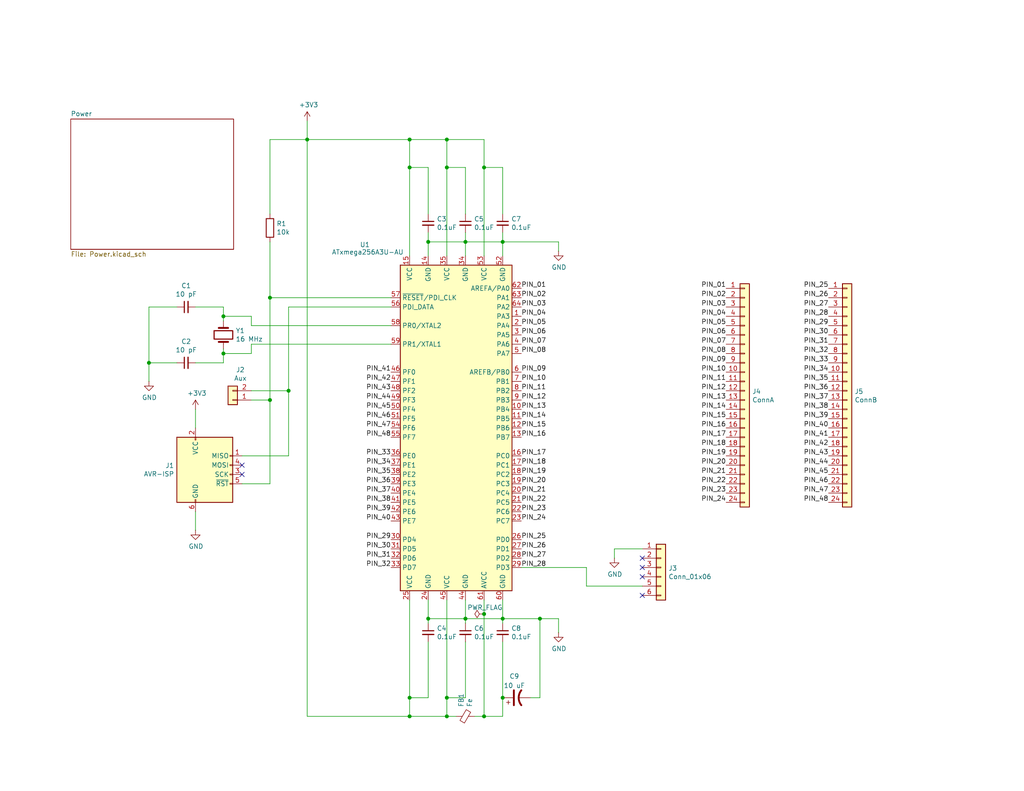
<source format=kicad_sch>
(kicad_sch (version 20231120) (generator "eeschema") (generator_version "8.0")
  (paper "A")
  (title_block (title "AVR Prototype Board") (date "2023-02-03") (rev "V2") (company "Brian Good - Copyright 2022") (comment 1 "creativecommons.org/licenses/BY/4.0") (comment 2 "License: CC BY 4.0"))
  (lib_symbols
    (symbol "AVR-Prototype-rescue:+3.3V-power" (power) (pin_names (offset 0))
      (property "Value" "+3.3V-power" (at 0 3.556 0))
      (symbol "+3.3V-power_0_1"
        (polyline (pts (xy -0.762 1.27) (xy 0 2.54)))
        (polyline (pts (xy 0 0) (xy 0 2.54)))
        (polyline (pts (xy 0 2.54) (xy 0.762 1.27)))
      )
      (symbol "+3.3V-power_1_1"
        (pin power_in line (at 0 0 90) (length 0) hide (name "+3V3") (number "1"))
      )
    )
    (symbol "AVR-Prototype-rescue:ATxmega256A3U-AU-BRG_Symbols"
      (property "Reference" "U" (at -19.05 44.45 0))
      (property "Value" "ATxmega256A3U-AU-BRG_Symbols" (at 16.51 -45.72 0))
      (symbol "ATxmega256A3U-AU-BRG_Symbols_0_1"
        (rectangle (start -15.24 -44.45) (end 15.24 44.45) (stroke (width 0.254)) (fill (type background)))
      )
      (symbol "ATxmega256A3U-AU-BRG_Symbols_1_1"
        (pin output line (at 17.78 30.48 180) (length 2.54) (name "PA3") (number "1"))
        (pin tri_state line (at 17.78 5.08 180) (length 2.54) (name "PB4") (number "10"))
        (pin tri_state line (at 17.78 2.54 180) (length 2.54) (name "PB5") (number "11"))
        (pin tri_state line (at 17.78 0 180) (length 2.54) (name "PB6") (number "12"))
        (pin tri_state line (at 17.78 -2.54 180) (length 2.54) (name "PB7") (number "13"))
        (pin power_in line (at -7.62 46.99 270) (length 2.54) (name "GND") (number "14"))
        (pin power_in line (at -12.7 46.99 270) (length 2.54) (name "VCC") (number "15"))
        (pin output line (at 17.78 -7.62 180) (length 2.54) (name "PC0") (number "16"))
        (pin output line (at 17.78 -10.16 180) (length 2.54) (name "PC1") (number "17"))
        (pin input line (at 17.78 -12.7 180) (length 2.54) (name "PC2") (number "18"))
        (pin tri_state line (at 17.78 -15.24 180) (length 2.54) (name "PC3") (number "19"))
        (pin output line (at 17.78 27.94 180) (length 2.54) (name "PA4") (number "2"))
        (pin output line (at 17.78 -17.78 180) (length 2.54) (name "PC4") (number "20"))
        (pin output line (at 17.78 -20.32 180) (length 2.54) (name "PC5") (number "21"))
        (pin bidirectional line (at 17.78 -22.86 180) (length 2.54) (name "PC6") (number "22"))
        (pin output line (at 17.78 -25.4 180) (length 2.54) (name "PC7") (number "23"))
        (pin power_in line (at -7.62 -46.99 90) (length 2.54) (name "GND") (number "24"))
        (pin power_in line (at -12.7 -46.99 90) (length 2.54) (name "VCC") (number "25"))
        (pin tri_state line (at 17.78 -30.48 180) (length 2.54) (name "PD0") (number "26"))
        (pin tri_state line (at 17.78 -33.02 180) (length 2.54) (name "PD1") (number "27"))
        (pin input line (at 17.78 -35.56 180) (length 2.54) (name "PD2") (number "28"))
        (pin output line (at 17.78 -38.1 180) (length 2.54) (name "PD3") (number "29"))
        (pin input line (at 17.78 25.4 180) (length 2.54) (name "PA5") (number "3"))
        (pin output line (at -17.78 -30.48 0) (length 2.54) (name "PD4") (number "30"))
        (pin output line (at -17.78 -33.02 0) (length 2.54) (name "PD5") (number "31"))
        (pin input line (at -17.78 -35.56 0) (length 2.54) (name "PD6") (number "32"))
        (pin output line (at -17.78 -38.1 0) (length 2.54) (name "PD7") (number "33"))
        (pin power_in line (at 2.54 46.99 270) (length 2.54) (name "GND") (number "34"))
        (pin power_in line (at -2.54 46.99 270) (length 2.54) (name "VCC") (number "35"))
        (pin input line (at -17.78 -7.62 0) (length 2.54) (name "PE0") (number "36"))
        (pin input line (at -17.78 -10.16 0) (length 2.54) (name "PE1") (number "37"))
        (pin output line (at -17.78 -12.7 0) (length 2.54) (name "PE2") (number "38"))
        (pin output line (at -17.78 -15.24 0) (length 2.54) (name "PE3") (number "39"))
        (pin output line (at 17.78 22.86 180) (length 2.54) (name "PA6") (number "4"))
        (pin input line (at -17.78 -17.78 0) (length 2.54) (name "PE4") (number "40"))
        (pin input line (at -17.78 -20.32 0) (length 2.54) (name "PE5") (number "41"))
        (pin tri_state line (at -17.78 -22.86 0) (length 2.54) (name "PE6") (number "42"))
        (pin tri_state line (at -17.78 -25.4 0) (length 2.54) (name "PE7") (number "43"))
        (pin power_in line (at 2.54 -46.99 90) (length 2.54) (name "GND") (number "44"))
        (pin power_in line (at -2.54 -46.99 90) (length 2.54) (name "VCC") (number "45"))
        (pin input line (at -17.78 15.24 0) (length 2.54) (name "PF0") (number "46"))
        (pin input line (at -17.78 12.7 0) (length 2.54) (name "PF1") (number "47"))
        (pin input line (at -17.78 10.16 0) (length 2.54) (name "PF2") (number "48"))
        (pin input line (at -17.78 7.62 0) (length 2.54) (name "PF3") (number "49"))
        (pin tri_state line (at 17.78 20.32 180) (length 2.54) (name "PA7") (number "5"))
        (pin input line (at -17.78 5.08 0) (length 2.54) (name "PF4") (number "50"))
        (pin tri_state line (at -17.78 2.54 0) (length 2.54) (name "PF5") (number "51"))
        (pin power_in line (at 12.7 46.99 270) (length 2.54) (name "GND") (number "52"))
        (pin power_in line (at 7.62 46.99 270) (length 2.54) (name "VCC") (number "53"))
        (pin input line (at -17.78 0 0) (length 2.54) (name "PF6") (number "54"))
        (pin input line (at -17.78 -2.54 0) (length 2.54) (name "PF7") (number "55"))
        (pin bidirectional line (at -17.78 33.02 0) (length 2.54) (name "PDI_DATA") (number "56"))
        (pin input line (at -17.78 35.56 0) (length 2.54) (name "~{RESET}/PDI_CLK") (number "57"))
        (pin tri_state line (at -17.78 27.94 0) (length 2.54) (name "PR0/XTAL2") (number "58"))
        (pin tri_state line (at -17.78 22.86 0) (length 2.54) (name "PR1/XTAL1") (number "59"))
        (pin tri_state line (at 17.78 15.24 180) (length 2.54) (name "AREFB/PB0") (number "6"))
        (pin power_in line (at 12.7 -46.99 90) (length 2.54) (name "GND") (number "60"))
        (pin power_in line (at 7.62 -46.99 90) (length 2.54) (name "AVCC") (number "61"))
        (pin input line (at 17.78 38.1 180) (length 2.54) (name "AREFA/PA0") (number "62"))
        (pin input line (at 17.78 35.56 180) (length 2.54) (name "PA1") (number "63"))
        (pin tri_state line (at 17.78 33.02 180) (length 2.54) (name "PA2") (number "64"))
        (pin input line (at 17.78 12.7 180) (length 2.54) (name "PB1") (number "7"))
        (pin input line (at 17.78 10.16 180) (length 2.54) (name "PB2") (number "8"))
        (pin output line (at 17.78 7.62 180) (length 2.54) (name "PB3") (number "9"))
      )
    )
    (symbol "AVR-Prototype-rescue:Ferrite_Bead_Small-Device" (pin_numbers hide) (pin_names (offset 0))
      (property "Reference" "FB" (at 1.905 1.27 0))
      (property "Value" "Ferrite_Bead_Small-Device" (at 1.905 -1.27 0))
      (symbol "Ferrite_Bead_Small-Device_0_1"
        (polyline (pts (xy 0 -1.27) (xy 0 -0.7874)))
        (polyline (pts (xy 0 0.889) (xy 0 1.2954)))
        (polyline (pts (xy -1.8288 0.2794) (xy -1.1176 1.4986) (xy 1.8288 -0.2032) (xy 1.1176 -1.4224) (xy -1.8288 0.2794)))
      )
      (symbol "Ferrite_Bead_Small-Device_1_1"
        (pin passive line (at 0 2.54 270) (length 1.27) (name "~") (number "1"))
        (pin passive line (at 0 -2.54 90) (length 1.27) (name "~") (number "2"))
      )
    )
    (symbol "Connector:AVR-ISP-6" (pin_names (offset 1.016))
      (property "Reference" "J" (at -6.35 11.43 0))
      (property "Value" "AVR-ISP-6" (at 0 11.43 0))
      (symbol "AVR-ISP-6_0_1"
        (rectangle (start -2.667 -6.858) (end -2.413 -7.62))
        (rectangle (start -2.667 10.16) (end -2.413 9.398))
        (rectangle (start 7.62 -2.413) (end 6.858 -2.667))
        (rectangle (start 7.62 0.127) (end 6.858 -0.127))
        (rectangle (start 7.62 2.667) (end 6.858 2.413))
        (rectangle (start 7.62 5.207) (end 6.858 4.953))
        (rectangle (start 7.62 10.16) (end -7.62 -7.62) (stroke (width 0.254)) (fill (type background)))
      )
      (symbol "AVR-ISP-6_1_1"
        (pin passive line (at 10.16 5.08 180) (length 2.54) (name "MISO") (number "1"))
        (pin passive line (at -2.54 12.7 270) (length 2.54) (name "VCC") (number "2"))
        (pin passive line (at 10.16 0 180) (length 2.54) (name "SCK") (number "3"))
        (pin passive line (at 10.16 2.54 180) (length 2.54) (name "MOSI") (number "4"))
        (pin passive line (at 10.16 -2.54 180) (length 2.54) (name "~{RST}") (number "5"))
        (pin passive line (at -2.54 -10.16 90) (length 2.54) (name "GND") (number "6"))
      )
    )
    (symbol "Connector_Generic:Conn_01x02" (pin_names (offset 1.016) hide)
      (property "Reference" "J" (at 0 2.54 0))
      (property "Value" "Conn_01x02" (at 0 -5.08 0))
      (symbol "Conn_01x02_1_1"
        (rectangle (start -1.27 -2.413) (end 0 -2.667) (stroke (width 0.1524)))
        (rectangle (start -1.27 0.127) (end 0 -0.127) (stroke (width 0.1524)))
        (rectangle (start -1.27 1.27) (end 1.27 -3.81) (stroke (width 0.254)) (fill (type background)))
        (pin passive line (at -5.08 0 0) (length 3.81) (name "Pin_1") (number "1"))
        (pin passive line (at -5.08 -2.54 0) (length 3.81) (name "Pin_2") (number "2"))
      )
    )
    (symbol "Connector_Generic:Conn_01x06" (pin_names (offset 1.016) hide)
      (property "Reference" "J" (at 0 7.62 0))
      (property "Value" "Conn_01x06" (at 0 -10.16 0))
      (symbol "Conn_01x06_1_1"
        (rectangle (start -1.27 -7.493) (end 0 -7.747) (stroke (width 0.1524)))
        (rectangle (start -1.27 -4.953) (end 0 -5.207) (stroke (width 0.1524)))
        (rectangle (start -1.27 -2.413) (end 0 -2.667) (stroke (width 0.1524)))
        (rectangle (start -1.27 0.127) (end 0 -0.127) (stroke (width 0.1524)))
        (rectangle (start -1.27 2.667) (end 0 2.413) (stroke (width 0.1524)))
        (rectangle (start -1.27 5.207) (end 0 4.953) (stroke (width 0.1524)))
        (rectangle (start -1.27 6.35) (end 1.27 -8.89) (stroke (width 0.254)) (fill (type background)))
        (pin passive line (at -5.08 5.08 0) (length 3.81) (name "Pin_1") (number "1"))
        (pin passive line (at -5.08 2.54 0) (length 3.81) (name "Pin_2") (number "2"))
        (pin passive line (at -5.08 0 0) (length 3.81) (name "Pin_3") (number "3"))
        (pin passive line (at -5.08 -2.54 0) (length 3.81) (name "Pin_4") (number "4"))
        (pin passive line (at -5.08 -5.08 0) (length 3.81) (name "Pin_5") (number "5"))
        (pin passive line (at -5.08 -7.62 0) (length 3.81) (name "Pin_6") (number "6"))
      )
    )
    (symbol "Connector_Generic:Conn_01x24" (pin_names (offset 1.016) hide)
      (property "Reference" "J" (at 0 30.48 0))
      (property "Value" "Conn_01x24" (at 0 -33.02 0))
      (symbol "Conn_01x24_1_1"
        (rectangle (start -1.27 -30.353) (end 0 -30.607) (stroke (width 0.1524)))
        (rectangle (start -1.27 -27.813) (end 0 -28.067) (stroke (width 0.1524)))
        (rectangle (start -1.27 -25.273) (end 0 -25.527) (stroke (width 0.1524)))
        (rectangle (start -1.27 -22.733) (end 0 -22.987) (stroke (width 0.1524)))
        (rectangle (start -1.27 -20.193) (end 0 -20.447) (stroke (width 0.1524)))
        (rectangle (start -1.27 -17.653) (end 0 -17.907) (stroke (width 0.1524)))
        (rectangle (start -1.27 -15.113) (end 0 -15.367) (stroke (width 0.1524)))
        (rectangle (start -1.27 -12.573) (end 0 -12.827) (stroke (width 0.1524)))
        (rectangle (start -1.27 -10.033) (end 0 -10.287) (stroke (width 0.1524)))
        (rectangle (start -1.27 -7.493) (end 0 -7.747) (stroke (width 0.1524)))
        (rectangle (start -1.27 -4.953) (end 0 -5.207) (stroke (width 0.1524)))
        (rectangle (start -1.27 -2.413) (end 0 -2.667) (stroke (width 0.1524)))
        (rectangle (start -1.27 0.127) (end 0 -0.127) (stroke (width 0.1524)))
        (rectangle (start -1.27 2.667) (end 0 2.413) (stroke (width 0.1524)))
        (rectangle (start -1.27 5.207) (end 0 4.953) (stroke (width 0.1524)))
        (rectangle (start -1.27 7.747) (end 0 7.493) (stroke (width 0.1524)))
        (rectangle (start -1.27 10.287) (end 0 10.033) (stroke (width 0.1524)))
        (rectangle (start -1.27 12.827) (end 0 12.573) (stroke (width 0.1524)))
        (rectangle (start -1.27 15.367) (end 0 15.113) (stroke (width 0.1524)))
        (rectangle (start -1.27 17.907) (end 0 17.653) (stroke (width 0.1524)))
        (rectangle (start -1.27 20.447) (end 0 20.193) (stroke (width 0.1524)))
        (rectangle (start -1.27 22.987) (end 0 22.733) (stroke (width 0.1524)))
        (rectangle (start -1.27 25.527) (end 0 25.273) (stroke (width 0.1524)))
        (rectangle (start -1.27 28.067) (end 0 27.813) (stroke (width 0.1524)))
        (rectangle (start -1.27 29.21) (end 1.27 -31.75) (stroke (width 0.254)) (fill (type background)))
        (pin passive line (at -5.08 27.94 0) (length 3.81) (name "Pin_1") (number "1"))
        (pin passive line (at -5.08 5.08 0) (length 3.81) (name "Pin_10") (number "10"))
        (pin passive line (at -5.08 2.54 0) (length 3.81) (name "Pin_11") (number "11"))
        (pin passive line (at -5.08 0 0) (length 3.81) (name "Pin_12") (number "12"))
        (pin passive line (at -5.08 -2.54 0) (length 3.81) (name "Pin_13") (number "13"))
        (pin passive line (at -5.08 -5.08 0) (length 3.81) (name "Pin_14") (number "14"))
        (pin passive line (at -5.08 -7.62 0) (length 3.81) (name "Pin_15") (number "15"))
        (pin passive line (at -5.08 -10.16 0) (length 3.81) (name "Pin_16") (number "16"))
        (pin passive line (at -5.08 -12.7 0) (length 3.81) (name "Pin_17") (number "17"))
        (pin passive line (at -5.08 -15.24 0) (length 3.81) (name "Pin_18") (number "18"))
        (pin passive line (at -5.08 -17.78 0) (length 3.81) (name "Pin_19") (number "19"))
        (pin passive line (at -5.08 25.4 0) (length 3.81) (name "Pin_2") (number "2"))
        (pin passive line (at -5.08 -20.32 0) (length 3.81) (name "Pin_20") (number "20"))
        (pin passive line (at -5.08 -22.86 0) (length 3.81) (name "Pin_21") (number "21"))
        (pin passive line (at -5.08 -25.4 0) (length 3.81) (name "Pin_22") (number "22"))
        (pin passive line (at -5.08 -27.94 0) (length 3.81) (name "Pin_23") (number "23"))
        (pin passive line (at -5.08 -30.48 0) (length 3.81) (name "Pin_24") (number "24"))
        (pin passive line (at -5.08 22.86 0) (length 3.81) (name "Pin_3") (number "3"))
        (pin passive line (at -5.08 20.32 0) (length 3.81) (name "Pin_4") (number "4"))
        (pin passive line (at -5.08 17.78 0) (length 3.81) (name "Pin_5") (number "5"))
        (pin passive line (at -5.08 15.24 0) (length 3.81) (name "Pin_6") (number "6"))
        (pin passive line (at -5.08 12.7 0) (length 3.81) (name "Pin_7") (number "7"))
        (pin passive line (at -5.08 10.16 0) (length 3.81) (name "Pin_8") (number "8"))
        (pin passive line (at -5.08 7.62 0) (length 3.81) (name "Pin_9") (number "9"))
      )
    )
    (symbol "Device:C_Polarized_US" (pin_numbers hide) (pin_names (offset 0.254) hide)
      (property "Reference" "C" (at 0.635 2.54 0))
      (property "Value" "C_Polarized_US" (at 0.635 -2.54 0))
      (symbol "C_Polarized_US_0_1"
        (polyline (pts (xy -2.032 0.762) (xy 2.032 0.762)) (stroke (width 0.508)))
        (polyline (pts (xy -1.778 2.286) (xy -0.762 2.286)))
        (polyline (pts (xy -1.27 1.778) (xy -1.27 2.794)))
        (arc (start 2.032 -1.27) (mid 0 -0.5572) (end -2.032 -1.27) (stroke (width 0.508)))
      )
      (symbol "C_Polarized_US_1_1"
        (pin passive line (at 0 3.81 270) (length 2.794) (name "~") (number "1"))
        (pin passive line (at 0 -3.81 90) (length 3.302) (name "~") (number "2"))
      )
    )
    (symbol "Device:C_Small" (pin_numbers hide) (pin_names (offset 0.254) hide)
      (property "Reference" "C" (at 0.254 1.778 0))
      (property "Value" "C_Small" (at 0.254 -2.032 0))
      (symbol "C_Small_0_1"
        (polyline (pts (xy -1.524 -0.508) (xy 1.524 -0.508)) (stroke (width 0.3302)))
        (polyline (pts (xy -1.524 0.508) (xy 1.524 0.508)) (stroke (width 0.3048)))
      )
      (symbol "C_Small_1_1"
        (pin passive line (at 0 2.54 270) (length 2.032) (name "~") (number "1"))
        (pin passive line (at 0 -2.54 90) (length 2.032) (name "~") (number "2"))
      )
    )
    (symbol "Device:Crystal" (pin_numbers hide) (pin_names (offset 1.016) hide)
      (property "Reference" "Y" (at 0 3.81 0))
      (property "Value" "Crystal" (at 0 -3.81 0))
      (symbol "Crystal_0_1"
        (rectangle (start -1.143 2.54) (end 1.143 -2.54) (stroke (width 0.3048)))
        (polyline (pts (xy -2.54 0) (xy -1.905 0)))
        (polyline (pts (xy -1.905 -1.27) (xy -1.905 1.27)) (stroke (width 0.508)))
        (polyline (pts (xy 1.905 -1.27) (xy 1.905 1.27)) (stroke (width 0.508)))
        (polyline (pts (xy 2.54 0) (xy 1.905 0)))
      )
      (symbol "Crystal_1_1"
        (pin passive line (at -3.81 0 0) (length 1.27) (name "1") (number "1"))
        (pin passive line (at 3.81 0 180) (length 1.27) (name "2") (number "2"))
      )
    )
    (symbol "Device:R" (pin_numbers hide) (pin_names (offset 0))
      (property "Reference" "R" (at 2.032 0 90))
      (property "Value" "R" (at 0 0 90))
      (symbol "R_0_1"
        (rectangle (start -1.016 -2.54) (end 1.016 2.54) (stroke (width 0.254)))
      )
      (symbol "R_1_1"
        (pin passive line (at 0 3.81 270) (length 1.27) (name "~") (number "1"))
        (pin passive line (at 0 -3.81 90) (length 1.27) (name "~") (number "2"))
      )
    )
    (symbol "power:GND" (power) (pin_numbers hide) (pin_names (offset 0) hide)
      (property "Value" "GND" (at 0 -3.81 0))
      (symbol "GND_0_1"
        (polyline (pts (xy 0 0) (xy 0 -1.27) (xy 1.27 -1.27) (xy 0 -2.54) (xy -1.27 -1.27) (xy 0 -1.27)))
      )
      (symbol "GND_1_1"
        (pin power_in line (at 0 0 270) (length 0) (name "~") (number "1"))
      )
    )
    (symbol "power:PWR_FLAG" (power) (pin_numbers hide) (pin_names (offset 0) hide)
      (property "Value" "PWR_FLAG" (at 0 3.81 0))
      (symbol "PWR_FLAG_0_0"
        (pin power_out line (at 0 0 90) (length 0) (name "~") (number "1"))
      )
      (symbol "PWR_FLAG_0_1"
        (polyline (pts (xy 0 0) (xy 0 1.27) (xy -1.016 1.905) (xy 0 2.54) (xy 1.016 1.905) (xy 0 1.27)))
      )
    )
  )
  (junction (at 111.76 190.5))
  (junction (at 116.84 66.04))
  (junction (at 132.08 195.58))
  (junction (at 60.96 96.52))
  (junction (at 121.92 195.58))
  (junction (at 132.08 45.72))
  (junction (at 83.82 38.1))
  (junction (at 132.08 167.64))
  (junction (at 78.74 106.68))
  (junction (at 111.76 195.58))
  (junction (at 127 66.04))
  (junction (at 111.76 38.1))
  (junction (at 121.92 45.72))
  (junction (at 127 168.91))
  (junction (at 116.84 168.91))
  (junction (at 137.16 66.04))
  (junction (at 73.66 109.22))
  (junction (at 73.66 81.28))
  (junction (at 60.96 86.36))
  (junction (at 121.92 190.5))
  (junction (at 121.92 38.1))
  (junction (at 137.16 168.91))
  (junction (at 111.76 45.72))
  (junction (at 147.32 168.91))
  (junction (at 40.64 99.06))
  (junction (at 137.16 190.5))
  (no_connect (at 66.04 127))
  (no_connect (at 175.26 152.4))
  (no_connect (at 66.04 129.54))
  (no_connect (at 175.26 154.94))
  (no_connect (at 175.26 162.56))
  (no_connect (at 175.26 157.48))
  (wire (pts (xy 132.08 45.72) (xy 132.08 38.1)))
  (wire (pts (xy 48.26 83.82) (xy 40.64 83.82)))
  (wire (pts (xy 127 190.5) (xy 121.92 190.5)))
  (wire (pts (xy 68.58 88.9) (xy 68.58 86.36)))
  (wire (pts (xy 116.84 63.5) (xy 116.84 66.04)))
  (wire (pts (xy 160.02 154.94) (xy 160.02 160.02)))
  (wire (pts (xy 127 66.04) (xy 127 69.85)))
  (wire (pts (xy 53.34 99.06) (xy 60.96 99.06)))
  (wire (pts (xy 60.96 86.36) (xy 60.96 83.82)))
  (wire (pts (xy 127 168.91) (xy 127 170.18)))
  (wire (pts (xy 78.74 106.68) (xy 78.74 124.46)))
  (wire (pts (xy 60.96 87.63) (xy 60.96 86.36)))
  (wire (pts (xy 73.66 132.08) (xy 66.04 132.08)))
  (wire (pts (xy 137.16 66.04) (xy 127 66.04)))
  (wire (pts (xy 142.24 154.94) (xy 160.02 154.94)))
  (wire (pts (xy 137.16 163.83) (xy 137.16 168.91)))
  (wire (pts (xy 167.64 149.86) (xy 167.64 152.4)))
  (wire (pts (xy 137.16 168.91) (xy 137.16 170.18)))
  (wire (pts (xy 127 58.42) (xy 127 45.72)))
  (wire (pts (xy 137.16 63.5) (xy 137.16 66.04)))
  (wire (pts (xy 116.84 163.83) (xy 116.84 168.91)))
  (wire (pts (xy 83.82 195.58) (xy 111.76 195.58)))
  (wire (pts (xy 127 163.83) (xy 127 168.91)))
  (wire (pts (xy 60.96 99.06) (xy 60.96 96.52)))
  (wire (pts (xy 78.74 124.46) (xy 66.04 124.46)))
  (wire (pts (xy 127 66.04) (xy 116.84 66.04)))
  (wire (pts (xy 132.08 163.83) (xy 132.08 167.64)))
  (wire (pts (xy 53.34 139.7) (xy 53.34 144.78)))
  (wire (pts (xy 147.32 168.91) (xy 137.16 168.91)))
  (wire (pts (xy 68.58 109.22) (xy 73.66 109.22)))
  (wire (pts (xy 48.26 99.06) (xy 40.64 99.06)))
  (wire (pts (xy 83.82 38.1) (xy 83.82 195.58)))
  (wire (pts (xy 152.4 168.91) (xy 147.32 168.91)))
  (wire (pts (xy 106.68 93.98) (xy 68.58 93.98)))
  (wire (pts (xy 121.92 45.72) (xy 121.92 38.1)))
  (wire (pts (xy 111.76 163.83) (xy 111.76 190.5)))
  (wire (pts (xy 106.68 88.9) (xy 68.58 88.9)))
  (wire (pts (xy 160.02 160.02) (xy 175.26 160.02)))
  (wire (pts (xy 152.4 172.72) (xy 152.4 168.91)))
  (wire (pts (xy 68.58 93.98) (xy 68.58 96.52)))
  (wire (pts (xy 40.64 99.06) (xy 40.64 104.14)))
  (wire (pts (xy 111.76 45.72) (xy 111.76 69.85)))
  (wire (pts (xy 111.76 45.72) (xy 111.76 38.1)))
  (wire (pts (xy 121.92 195.58) (xy 124.46 195.58)))
  (wire (pts (xy 73.66 58.42) (xy 73.66 38.1)))
  (wire (pts (xy 175.26 149.86) (xy 167.64 149.86)))
  (wire (pts (xy 132.08 38.1) (xy 121.92 38.1)))
  (wire (pts (xy 152.4 68.58) (xy 152.4 66.04)))
  (wire (pts (xy 111.76 195.58) (xy 121.92 195.58)))
  (wire (pts (xy 127 45.72) (xy 121.92 45.72)))
  (wire (pts (xy 78.74 83.82) (xy 78.74 106.68)))
  (wire (pts (xy 106.68 81.28) (xy 73.66 81.28)))
  (wire (pts (xy 116.84 175.26) (xy 116.84 190.5)))
  (wire (pts (xy 73.66 38.1) (xy 83.82 38.1)))
  (wire (pts (xy 121.92 38.1) (xy 111.76 38.1)))
  (wire (pts (xy 60.96 96.52) (xy 60.96 95.25)))
  (wire (pts (xy 129.54 195.58) (xy 132.08 195.58)))
  (wire (pts (xy 116.84 66.04) (xy 116.84 69.85)))
  (wire (pts (xy 127 168.91) (xy 137.16 168.91)))
  (wire (pts (xy 137.16 190.5) (xy 137.16 195.58)))
  (wire (pts (xy 106.68 83.82) (xy 78.74 83.82)))
  (wire (pts (xy 116.84 168.91) (xy 127 168.91)))
  (wire (pts (xy 147.32 190.5) (xy 147.32 168.91)))
  (wire (pts (xy 137.16 66.04) (xy 137.16 69.85)))
  (wire (pts (xy 152.4 66.04) (xy 137.16 66.04)))
  (wire (pts (xy 116.84 168.91) (xy 116.84 170.18)))
  (wire (pts (xy 40.64 83.82) (xy 40.64 99.06)))
  (wire (pts (xy 68.58 106.68) (xy 78.74 106.68)))
  (wire (pts (xy 73.66 66.04) (xy 73.66 81.28)))
  (wire (pts (xy 144.78 190.5) (xy 147.32 190.5)))
  (wire (pts (xy 116.84 190.5) (xy 111.76 190.5)))
  (wire (pts (xy 83.82 33.02) (xy 83.82 38.1)))
  (wire (pts (xy 68.58 96.52) (xy 60.96 96.52)))
  (wire (pts (xy 132.08 167.64) (xy 132.08 195.58)))
  (wire (pts (xy 73.66 81.28) (xy 73.66 109.22)))
  (wire (pts (xy 137.16 45.72) (xy 132.08 45.72)))
  (wire (pts (xy 121.92 163.83) (xy 121.92 190.5)))
  (wire (pts (xy 121.92 190.5) (xy 121.92 195.58)))
  (wire (pts (xy 127 63.5) (xy 127 66.04)))
  (wire (pts (xy 53.34 111.76) (xy 53.34 116.84)))
  (wire (pts (xy 68.58 86.36) (xy 60.96 86.36)))
  (wire (pts (xy 111.76 190.5) (xy 111.76 195.58)))
  (wire (pts (xy 73.66 109.22) (xy 73.66 132.08)))
  (wire (pts (xy 111.76 38.1) (xy 83.82 38.1)))
  (wire (pts (xy 116.84 58.42) (xy 116.84 45.72)))
  (wire (pts (xy 137.16 58.42) (xy 137.16 45.72)))
  (wire (pts (xy 137.16 175.26) (xy 137.16 190.5)))
  (wire (pts (xy 127 175.26) (xy 127 190.5)))
  (wire (pts (xy 121.92 45.72) (xy 121.92 69.85)))
  (wire (pts (xy 60.96 83.82) (xy 53.34 83.82)))
  (wire (pts (xy 132.08 195.58) (xy 137.16 195.58)))
  (wire (pts (xy 132.08 45.72) (xy 132.08 69.85)))
  (wire (pts (xy 116.84 45.72) (xy 111.76 45.72)))
  (label "PIN_43" (at 106.68 106.68 180))
  (label "PIN_04" (at 198.12 86.36 180))
  (label "PIN_28" (at 226.06 86.36 180))
  (label "PIN_45" (at 106.68 111.76 180))
  (label "PIN_07" (at 142.24 93.98 0))
  (label "PIN_32" (at 226.06 96.52 180))
  (label "PIN_15" (at 198.12 114.3 180))
  (label "PIN_14" (at 142.24 114.3 0))
  (label "PIN_37" (at 106.68 134.62 180))
  (label "PIN_30" (at 106.68 149.86 180))
  (label "PIN_09" (at 198.12 99.06 180))
  (label "PIN_07" (at 198.12 93.98 180))
  (label "PIN_03" (at 142.24 83.82 0))
  (label "PIN_42" (at 106.68 104.14 180))
  (label "PIN_36" (at 106.68 132.08 180))
  (label "PIN_11" (at 198.12 104.14 180))
  (label "PIN_20" (at 198.12 127 180))
  (label "PIN_25" (at 142.24 147.32 0))
  (label "PIN_08" (at 142.24 96.52 0))
  (label "PIN_12" (at 198.12 106.68 180))
  (label "PIN_01" (at 198.12 78.74 180))
  (label "PIN_13" (at 142.24 111.76 0))
  (label "PIN_38" (at 106.68 137.16 180))
  (label "PIN_26" (at 226.06 81.28 180))
  (label "PIN_22" (at 198.12 132.08 180))
  (label "PIN_29" (at 226.06 88.9 180))
  (label "PIN_34" (at 226.06 101.6 180))
  (label "PIN_17" (at 142.24 124.46 0))
  (label "PIN_19" (at 142.24 129.54 0))
  (label "PIN_18" (at 198.12 121.92 180))
  (label "PIN_16" (at 142.24 119.38 0))
  (label "PIN_31" (at 106.68 152.4 180))
  (label "PIN_27" (at 226.06 83.82 180))
  (label "PIN_02" (at 198.12 81.28 180))
  (label "PIN_21" (at 142.24 134.62 0))
  (label "PIN_38" (at 226.06 111.76 180))
  (label "PIN_05" (at 198.12 88.9 180))
  (label "PIN_47" (at 106.68 116.84 180))
  (label "PIN_26" (at 142.24 149.86 0))
  (label "PIN_32" (at 106.68 154.94 180))
  (label "PIN_01" (at 142.24 78.74 0))
  (label "PIN_20" (at 142.24 132.08 0))
  (label "PIN_28" (at 142.24 154.94 0))
  (label "PIN_23" (at 142.24 139.7 0))
  (label "PIN_40" (at 226.06 116.84 180))
  (label "PIN_39" (at 226.06 114.3 180))
  (label "PIN_23" (at 198.12 134.62 180))
  (label "PIN_05" (at 142.24 88.9 0))
  (label "PIN_10" (at 142.24 104.14 0))
  (label "PIN_45" (at 226.06 129.54 180))
  (label "PIN_10" (at 198.12 101.6 180))
  (label "PIN_02" (at 142.24 81.28 0))
  (label "PIN_46" (at 226.06 132.08 180))
  (label "PIN_14" (at 198.12 111.76 180))
  (label "PIN_06" (at 142.24 91.44 0))
  (label "PIN_15" (at 142.24 116.84 0))
  (label "PIN_42" (at 226.06 121.92 180))
  (label "PIN_43" (at 226.06 124.46 180))
  (label "PIN_08" (at 198.12 96.52 180))
  (label "PIN_44" (at 106.68 109.22 180))
  (label "PIN_30" (at 226.06 91.44 180))
  (label "PIN_25" (at 226.06 78.74 180))
  (label "PIN_33" (at 106.68 124.46 180))
  (label "PIN_04" (at 142.24 86.36 0))
  (label "PIN_48" (at 106.68 119.38 180))
  (label "PIN_36" (at 226.06 106.68 180))
  (label "PIN_40" (at 106.68 142.24 180))
  (label "PIN_41" (at 226.06 119.38 180))
  (label "PIN_16" (at 198.12 116.84 180))
  (label "PIN_03" (at 198.12 83.82 180))
  (label "PIN_33" (at 226.06 99.06 180))
  (label "PIN_35" (at 226.06 104.14 180))
  (label "PIN_24" (at 142.24 142.24 0))
  (label "PIN_13" (at 198.12 109.22 180))
  (label "PIN_06" (at 198.12 91.44 180))
  (label "PIN_24" (at 198.12 137.16 180))
  (label "PIN_35" (at 106.68 129.54 180))
  (label "PIN_18" (at 142.24 127 0))
  (label "PIN_47" (at 226.06 134.62 180))
  (label "PIN_09" (at 142.24 101.6 0))
  (label "PIN_22" (at 142.24 137.16 0))
  (label "PIN_34" (at 106.68 127 180))
  (label "PIN_11" (at 142.24 106.68 0))
  (label "PIN_48" (at 226.06 137.16 180))
  (label "PIN_44" (at 226.06 127 180))
  (label "PIN_37" (at 226.06 109.22 180))
  (label "PIN_19" (at 198.12 124.46 180))
  (label "PIN_27" (at 142.24 152.4 0))
  (label "PIN_29" (at 106.68 147.32 180))
  (label "PIN_46" (at 106.68 114.3 180))
  (label "PIN_41" (at 106.68 101.6 180))
  (label "PIN_21" (at 198.12 129.54 180))
  (label "PIN_12" (at 142.24 109.22 0))
  (label "PIN_31" (at 226.06 93.98 180))
  (label "PIN_17" (at 198.12 119.38 180))
  (label "PIN_39" (at 106.68 139.7 180))
  (symbol (lib_id "AVR-Prototype-rescue:ATxmega256A3U-AU-BRG_Symbols") (at 124.46 116.84 0) (unit 1)
    (property "Reference" "U1" (at 99.568 66.802 0))
    (property "Value" "ATxmega256A3U-AU" (at 100.33 68.834 0))
    (property "Footprint" "Package_QFP:TQFP-64_14x14mm_P0.8mm" (effects (hide yes)))
    (property "Datasheet" "http://ww1.microchip.com/downloads/en/DeviceDoc/Atmel-8386-8-and-16-bit-AVR-Microcontroller-ATxmega64A3U-128A3U-192A3U-256A3U_datasheet.pdf" (effects (hide yes)))
    (property "Manufacturer_Part_Number" "C201" (effects (hide yes)))
    (property "Mouser Part Number" "556-ATXMEGA256A3U-AU" (effects (hide yes)))
  )
  (symbol (lib_id "AVR-Prototype-rescue:Ferrite_Bead_Small-Device") (at 127 195.58 90) (unit 1)
    (property "Reference" "FB1" (at 125.8316 193.04 0) (effects (justify left)))
    (property "Value" "Fe" (at 128.143 193.04 0) (effects (justify left)))
    (property "Footprint" "Resistor_SMD:R_0805_2012Metric_Pad1.20x1.40mm_HandSolder" (effects (hide yes)))
    (property "Manufacturer_Part_Number" "A005" (effects (hide yes)))
    (property "Mouser Part Number" "963-BK2125HS101-T" (effects (hide yes)))
  )
  (symbol (lib_id "Device:C_Small") (at 116.84 60.96 0) (unit 1)
    (property "Reference" "C3" (at 119.1768 59.7916 0) (effects (justify left)))
    (property "Value" "0.1uF" (at 119.1768 62.103 0) (effects (justify left)))
    (property "Footprint" "Capacitor_SMD:C_0805_2012Metric_Pad1.18x1.45mm_HandSolder" (effects (hide yes)))
    (property "Description" "Unpolarized capacitor, small symbol" (effects (hide yes)))
    (property "Manufacturer_Part_Number" "A002" (effects (hide yes)))
    (property "Mouser Part Number" "80-C0805C104J5RAUTO" (effects (hide yes)))
  )
  (symbol (lib_id "Device:C_Small") (at 127 60.96 0) (unit 1)
    (property "Reference" "C5" (at 129.3368 59.7916 0) (effects (justify left)))
    (property "Value" "0.1uF" (at 129.3368 62.103 0) (effects (justify left)))
    (property "Footprint" "Capacitor_SMD:C_0805_2012Metric_Pad1.18x1.45mm_HandSolder" (effects (hide yes)))
    (property "Description" "Unpolarized capacitor, small symbol" (effects (hide yes)))
    (property "Manufacturer_Part_Number" "A002" (effects (hide yes)))
    (property "Mouser Part Number" "80-C0805C104J5RAUTO" (effects (hide yes)))
  )
  (symbol (lib_id "Device:C_Small") (at 137.16 60.96 0) (unit 1)
    (property "Reference" "C7" (at 139.4968 59.7916 0) (effects (justify left)))
    (property "Value" "0.1uF" (at 139.4968 62.103 0) (effects (justify left)))
    (property "Footprint" "Capacitor_SMD:C_0805_2012Metric_Pad1.18x1.45mm_HandSolder" (effects (hide yes)))
    (property "Description" "Unpolarized capacitor, small symbol" (effects (hide yes)))
    (property "Manufacturer_Part_Number" "A002" (effects (hide yes)))
    (property "Mouser Part Number" "80-C0805C104J5RAUTO" (effects (hide yes)))
  )
  (symbol (lib_id "Device:C_Small") (at 116.84 172.72 0) (unit 1)
    (property "Reference" "C4" (at 119.1768 171.5516 0) (effects (justify left)))
    (property "Value" "0.1uF" (at 119.1768 173.863 0) (effects (justify left)))
    (property "Footprint" "Capacitor_SMD:C_0805_2012Metric_Pad1.18x1.45mm_HandSolder" (effects (hide yes)))
    (property "Description" "Unpolarized capacitor, small symbol" (effects (hide yes)))
    (property "Manufacturer_Part_Number" "A002" (effects (hide yes)))
    (property "Mouser Part Number" "80-C0805C104J5RAUTO" (effects (hide yes)))
  )
  (symbol (lib_id "Device:C_Small") (at 127 172.72 0) (unit 1)
    (property "Reference" "C6" (at 129.3368 171.5516 0) (effects (justify left)))
    (property "Value" "0.1uF" (at 129.3368 173.863 0) (effects (justify left)))
    (property "Footprint" "Capacitor_SMD:C_0805_2012Metric_Pad1.18x1.45mm_HandSolder" (effects (hide yes)))
    (property "Description" "Unpolarized capacitor, small symbol" (effects (hide yes)))
    (property "Manufacturer_Part_Number" "A002" (effects (hide yes)))
    (property "Mouser Part Number" "80-C0805C104J5RAUTO" (effects (hide yes)))
  )
  (symbol (lib_id "Device:C_Small") (at 137.16 172.72 0) (unit 1)
    (property "Reference" "C8" (at 139.4968 171.5516 0) (effects (justify left)))
    (property "Value" "0.1uF" (at 139.4968 173.863 0) (effects (justify left)))
    (property "Footprint" "Capacitor_SMD:C_0805_2012Metric_Pad1.18x1.45mm_HandSolder" (effects (hide yes)))
    (property "Description" "Unpolarized capacitor, small symbol" (effects (hide yes)))
    (property "Manufacturer_Part_Number" "A002" (effects (hide yes)))
    (property "Mouser Part Number" "80-C0805C104J5RAUTO" (effects (hide yes)))
  )
  (symbol (lib_id "Connector_Generic:Conn_01x24") (at 203.2 106.68 0) (unit 1)
    (property "Reference" "J4" (at 205.232 106.8832 0) (effects (justify left)))
    (property "Value" "ConnA" (at 205.232 109.1946 0) (effects (justify left)))
    (property "Footprint" "Connector_PinHeader_2.54mm:PinHeader_1x24_P2.54mm_Vertical" (effects (hide yes)))
    (property "Description" "Generic connector, single row, 01x24, script generated (kicad-library-utils/schlib/autogen/connector/)" (effects (hide yes)))
    (property "Manufacturer_Part_Number" "B106" (effects (hide yes)))
  )
  (symbol (lib_id "Connector_Generic:Conn_01x24") (at 231.14 106.68 0) (unit 1)
    (property "Reference" "J5" (at 233.172 106.8832 0) (effects (justify left)))
    (property "Value" "ConnB" (at 233.172 109.1946 0) (effects (justify left)))
    (property "Footprint" "Connector_PinHeader_2.54mm:PinHeader_1x24_P2.54mm_Vertical" (effects (hide yes)))
    (property "Description" "Generic connector, single row, 01x24, script generated (kicad-library-utils/schlib/autogen/connector/)" (effects (hide yes)))
    (property "Manufacturer_Part_Number" "B106" (effects (hide yes)))
  )
  (symbol (lib_id "Connector_Generic:Conn_01x02") (at 63.5 109.22 180) (unit 1)
    (property "Reference" "J2" (at 65.5828 100.965 0))
    (property "Value" "Aux" (at 65.5828 103.2764 0))
    (property "Footprint" "Connector_PinHeader_2.54mm:PinHeader_1x02_P2.54mm_Vertical" (effects (hide yes)))
    (property "Description" "Generic connector, single row, 01x02, script generated (kicad-library-utils/schlib/autogen/connector/)" (effects (hide yes)))
    (property "Manufacturer_Part_Number" "B110" (effects (hide yes)))
  )
  (symbol (lib_id "Device:Crystal") (at 60.96 91.44 270) (unit 1)
    (property "Reference" "Y1" (at 64.2874 90.2716 90) (effects (justify left)))
    (property "Value" "16 MHz" (at 64.2874 92.583 90) (effects (justify left)))
    (property "Footprint" "Crystal:Crystal_HC49-U_Vertical" (effects (hide yes)))
    (property "Description" "Two pin crystal" (effects (hide yes)))
    (property "Manufacturer_Part_Number" "B115" (effects (hide yes)))
    (property "Mouser Part Number" "815-ABL-16-B1U" (effects (hide yes)))
  )
  (symbol (lib_id "Device:C_Small") (at 50.8 83.82 90) (unit 1)
    (property "Reference" "C1" (at 50.8 78.0034 90))
    (property "Value" "10 pF" (at 50.8 80.3148 90))
    (property "Footprint" "Capacitor_SMD:C_0805_2012Metric_Pad1.18x1.45mm_HandSolder" (effects (hide yes)))
    (property "Description" "Unpolarized capacitor, small symbol" (effects (hide yes)))
    (property "Manufacturer_Part_Number" "A001" (effects (hide yes)))
    (property "Mouser Part Number" "80-C0805C100K5RACAUTO" (effects (hide yes)))
  )
  (symbol (lib_id "Device:C_Small") (at 50.8 99.06 90) (unit 1)
    (property "Reference" "C2" (at 50.8 93.2434 90))
    (property "Value" "10 pF" (at 50.8 95.5548 90))
    (property "Footprint" "Capacitor_SMD:C_0805_2012Metric_Pad1.18x1.45mm_HandSolder" (effects (hide yes)))
    (property "Description" "Unpolarized capacitor, small symbol" (effects (hide yes)))
    (property "Manufacturer_Part_Number" "A001" (effects (hide yes)))
    (property "Mouser Part Number" "80-C0805C100K5RACAUTO" (effects (hide yes)))
  )
  (symbol (lib_id "power:GND") (at 40.64 104.14 0) (unit 1)
    (property "Reference" "#PWR01" (effects (hide yes)))
    (property "Value" "GND" (at 40.767 108.5342 0))
    (property "Description" "Power symbol creates a global label with name \"GND\" , ground" (effects (hide yes)))
  )
  (symbol (lib_id "AVR-Prototype-rescue:+3.3V-power") (at 83.82 33.02 0) (unit 1)
    (property "Reference" "#PWR06" (effects (hide yes)))
    (property "Value" "+3V3" (at 84.201 28.6258 0))
  )
  (symbol (lib_id "Connector:AVR-ISP-6") (at 55.88 129.54 0) (unit 1)
    (property "Reference" "J1" (at 47.5234 127.1016 0) (effects (justify right)))
    (property "Value" "AVR-ISP" (at 47.5234 129.413 0) (effects (justify right)))
    (property "Footprint" "BRG_Footprints:AVR_ISP" (effects (hide yes)))
    (property "Description" "Atmel 6-pin ISP connector" (effects (hide yes)))
    (property "Manufacturer_Part_Number" "B105" (effects (hide yes)))
    (property "Mouser Part Number" "485-1465" (effects (hide yes)))
  )
  (symbol (lib_id "AVR-Prototype-rescue:+3.3V-power") (at 53.34 111.76 0) (unit 1)
    (property "Reference" "#PWR02" (effects (hide yes)))
    (property "Value" "+3V3" (at 53.721 107.3658 0))
  )
  (symbol (lib_id "power:GND") (at 53.34 144.78 0) (unit 1)
    (property "Reference" "#PWR03" (effects (hide yes)))
    (property "Value" "GND" (at 53.467 149.1742 0))
    (property "Description" "Power symbol creates a global label with name \"GND\" , ground" (effects (hide yes)))
  )
  (symbol (lib_id "Device:R") (at 73.66 62.23 0) (unit 1)
    (property "Reference" "R1" (at 75.438 61.0616 0) (effects (justify left)))
    (property "Value" "10k" (at 75.438 63.373 0) (effects (justify left)))
    (property "Footprint" "Resistor_SMD:R_0805_2012Metric_Pad1.20x1.40mm_HandSolder" (effects (hide yes)))
    (property "Description" "Resistor" (effects (hide yes)))
    (property "Manufacturer_Part_Number" "A008" (effects (hide yes)))
    (property "Mouser Part Number" "667-ERJ-6GEYJ103V" (effects (hide yes)))
  )
  (symbol (lib_id "Connector_Generic:Conn_01x06") (at 180.34 154.94 0) (unit 1)
    (property "Reference" "J3" (at 182.372 155.1432 0) (effects (justify left)))
    (property "Value" "Conn_01x06" (at 182.372 157.4546 0) (effects (justify left)))
    (property "Footprint" "Connector_PinHeader_2.54mm:PinHeader_1x06_P2.54mm_Vertical" (effects (hide yes)))
    (property "Description" "Generic connector, single row, 01x06, script generated (kicad-library-utils/schlib/autogen/connector/)" (effects (hide yes)))
    (property "Manufacturer_Part_Number" "B107" (effects (hide yes)))
  )
  (symbol (lib_id "power:GND") (at 167.64 152.4 0) (unit 1)
    (property "Reference" "#PWR09" (effects (hide yes)))
    (property "Value" "GND" (at 167.767 156.7942 0))
    (property "Description" "Power symbol creates a global label with name \"GND\" , ground" (effects (hide yes)))
  )
  (symbol (lib_id "power:PWR_FLAG") (at 132.08 167.64 90) (unit 1)
    (property "Reference" "#FLG06" (effects (hide yes)))
    (property "Value" "PWR_FLAG" (at 137.16 165.862 90) (effects (justify left)))
    (property "Description" "Special symbol for telling ERC where power comes from" (effects (hide yes)))
  )
  (symbol (lib_id "power:GND") (at 152.4 172.72 0) (unit 1)
    (property "Reference" "#PWR08" (effects (hide yes)))
    (property "Value" "GND" (at 152.527 177.1142 0))
    (property "Description" "Power symbol creates a global label with name \"GND\" , ground" (effects (hide yes)))
  )
  (symbol (lib_id "power:GND") (at 152.4 68.58 0) (unit 1)
    (property "Reference" "#PWR07" (effects (hide yes)))
    (property "Value" "GND" (at 152.527 72.9742 0))
    (property "Description" "Power symbol creates a global label with name \"GND\" , ground" (effects (hide yes)))
  )
  (symbol (lib_id "Device:C_Polarized_US") (at 140.97 190.5 90) (unit 1)
    (property "Reference" "C9" (at 140.335 184.6412 90))
    (property "Value" "10 uF" (at 140.335 187.1781 90))
    (property "Footprint" "Capacitor_THT:C_Radial_D5.0mm_H11.0mm_P2.00mm" (effects (hide yes)))
    (property "Description" "Polarized capacitor, US symbol" (effects (hide yes)))
    (property "Mouser Part Number" "667-ECA-2AM100" (effects (hide yes)))
    (property "Manufacturer_Part_Number" "B102" (effects (hide yes)))
  )
  (sheet (at 19.304 32.512) (size 44.45 35.56)
    (property "Sheetname" "Power" (at 19.304 31.8004 0) (effects (justify left bottom)))
    (property "Sheetfile" "Power.kicad_sch" (at 19.304 68.6566 0) (effects (justify left top)))
  )
)
</source>
